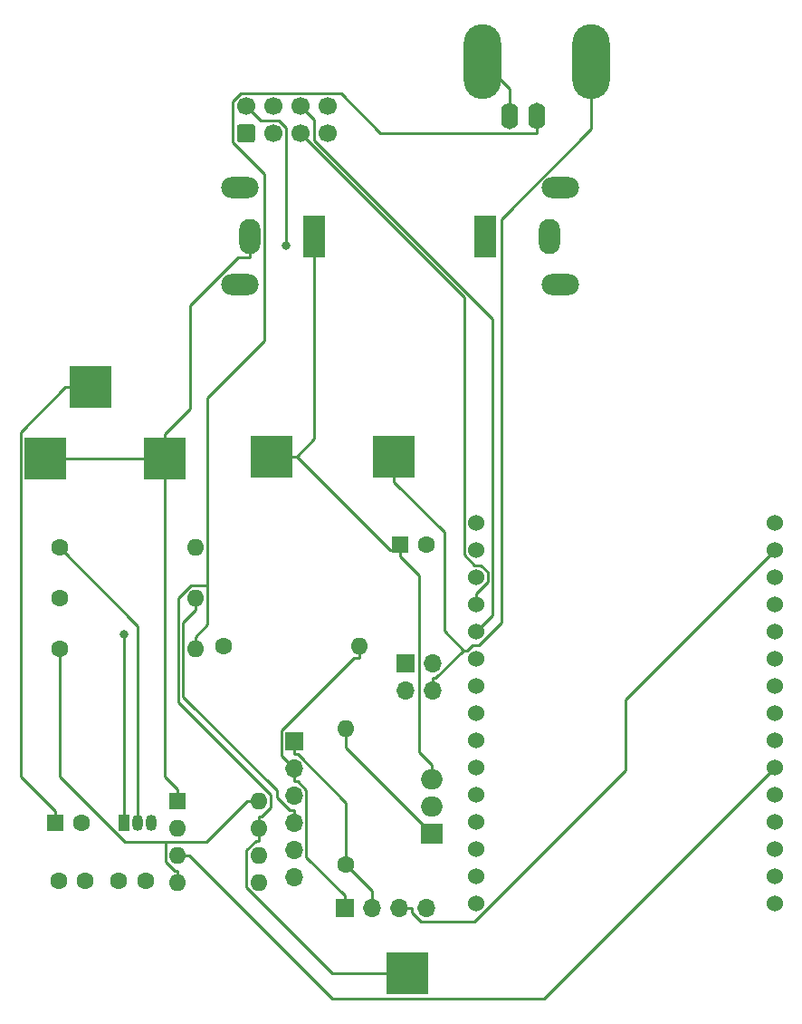
<source format=gbr>
%TF.GenerationSoftware,KiCad,Pcbnew,(5.1.12)-1*%
%TF.CreationDate,2022-04-29T07:44:41-07:00*%
%TF.ProjectId,Conductivity_Sensor_V1,436f6e64-7563-4746-9976-6974795f5365,rev?*%
%TF.SameCoordinates,Original*%
%TF.FileFunction,Copper,L1,Top*%
%TF.FilePolarity,Positive*%
%FSLAX46Y46*%
G04 Gerber Fmt 4.6, Leading zero omitted, Abs format (unit mm)*
G04 Created by KiCad (PCBNEW (5.1.12)-1) date 2022-04-29 07:44:41*
%MOMM*%
%LPD*%
G01*
G04 APERTURE LIST*
%TA.AperFunction,ComponentPad*%
%ADD10O,1.700000X1.700000*%
%TD*%
%TA.AperFunction,ComponentPad*%
%ADD11R,1.700000X1.700000*%
%TD*%
%TA.AperFunction,SMDPad,CuDef*%
%ADD12R,4.000000X4.000000*%
%TD*%
%TA.AperFunction,ComponentPad*%
%ADD13O,2.000000X1.905000*%
%TD*%
%TA.AperFunction,ComponentPad*%
%ADD14R,2.000000X1.905000*%
%TD*%
%TA.AperFunction,ComponentPad*%
%ADD15O,1.600000X1.600000*%
%TD*%
%TA.AperFunction,ComponentPad*%
%ADD16R,1.600000X1.600000*%
%TD*%
%TA.AperFunction,ComponentPad*%
%ADD17C,1.524000*%
%TD*%
%TA.AperFunction,ComponentPad*%
%ADD18C,1.600000*%
%TD*%
%TA.AperFunction,ComponentPad*%
%ADD19R,1.050000X1.500000*%
%TD*%
%TA.AperFunction,ComponentPad*%
%ADD20O,1.050000X1.500000*%
%TD*%
%TA.AperFunction,ComponentPad*%
%ADD21C,1.700000*%
%TD*%
%TA.AperFunction,ComponentPad*%
%ADD22O,3.500000X2.000000*%
%TD*%
%TA.AperFunction,ComponentPad*%
%ADD23O,2.000000X3.300000*%
%TD*%
%TA.AperFunction,ComponentPad*%
%ADD24R,2.000000X4.000000*%
%TD*%
%TA.AperFunction,ComponentPad*%
%ADD25O,1.600000X2.500000*%
%TD*%
%TA.AperFunction,ComponentPad*%
%ADD26O,3.500000X7.000000*%
%TD*%
%TA.AperFunction,ViaPad*%
%ADD27C,0.800000*%
%TD*%
%TA.AperFunction,Conductor*%
%ADD28C,0.250000*%
%TD*%
G04 APERTURE END LIST*
D10*
%TO.P,J11,4*%
%TO.N,OUT1*%
X-6570000Y-207270000D03*
%TO.P,J11,3*%
%TO.N,Net-(J11-Pad3)*%
X-9110000Y-207270000D03*
%TO.P,J11,2*%
%TO.N,Net-(C3-Pad1)*%
X-6570000Y-204730000D03*
D11*
%TO.P,J11,1*%
X-9110000Y-204730000D03*
%TD*%
D12*
%TO.P,J5,1*%
%TO.N,GND*%
X-31570000Y-185600000D03*
%TD*%
%TO.P,J14,1*%
%TO.N,OUT2*%
X-8890000Y-233680000D03*
%TD*%
%TO.P,J13,1*%
%TO.N,OUT1*%
X-10160000Y-185420000D03*
%TD*%
D13*
%TO.P,Voltage_regulator1,3*%
%TO.N,V+_12V*%
X-6640000Y-215510000D03*
%TO.P,Voltage_regulator1,2*%
%TO.N,REGULATED_5V+*%
X-6640000Y-218050000D03*
D14*
%TO.P,Voltage_regulator1,1*%
%TO.N,Net-(R1-Pad2)*%
X-6640000Y-220590000D03*
%TD*%
D15*
%TO.P,U3,8*%
%TO.N,ESP8266_3V*%
X-22780000Y-217600000D03*
%TO.P,U3,4*%
X-30400000Y-225220000D03*
%TO.P,U3,7*%
%TO.N,OUT2*%
X-22780000Y-220140000D03*
%TO.P,U3,3*%
%TO.N,555_out*%
X-30400000Y-222680000D03*
%TO.P,U3,6*%
%TO.N,Net-(C3-Pad1)*%
X-22780000Y-222680000D03*
%TO.P,U3,2*%
X-30400000Y-220140000D03*
%TO.P,U3,5*%
%TO.N,Net-(C4-Pad1)*%
X-22780000Y-225220000D03*
D16*
%TO.P,U3,1*%
%TO.N,GND*%
X-30400000Y-217600000D03*
%TD*%
D17*
%TO.P,U2,30*%
%TO.N,Net-(U2-Pad30)*%
X25450800Y-191567000D03*
%TO.P,U2,29*%
%TO.N,SCL*%
X25450800Y-194107000D03*
%TO.P,U2,28*%
%TO.N,SDA*%
X25450800Y-196647000D03*
%TO.P,U2,27*%
%TO.N,Transistor_Control*%
X25450800Y-199187000D03*
%TO.P,U2,26*%
%TO.N,LED1*%
X25450800Y-201727000D03*
%TO.P,U2,25*%
%TO.N,Net-(U2-Pad25)*%
X25450800Y-204267000D03*
%TO.P,U2,24*%
%TO.N,Net-(U2-Pad24)*%
X25450800Y-206807000D03*
%TO.P,U2,23*%
%TO.N,LED2*%
X25450800Y-209347000D03*
%TO.P,U2,22*%
%TO.N,LED3*%
X25450800Y-211887000D03*
%TO.P,U2,21*%
%TO.N,555_out*%
X25450800Y-214427000D03*
%TO.P,U2,20*%
%TO.N,LED4*%
X25450800Y-216967000D03*
%TO.P,U2,19*%
%TO.N,Net-(U2-Pad19)*%
X25450800Y-219507000D03*
%TO.P,U2,18*%
%TO.N,Net-(U2-Pad18)*%
X25450800Y-222047000D03*
%TO.P,U2,17*%
%TO.N,Net-(U2-Pad17)*%
X25450800Y-224587000D03*
%TO.P,U2,16*%
%TO.N,Net-(U2-Pad16)*%
X25450800Y-227127000D03*
%TO.P,U2,15*%
%TO.N,REGULATED_5V+*%
X-2489200Y-227127000D03*
%TO.P,U2,14*%
%TO.N,GND*%
X-2489200Y-224587000D03*
%TO.P,U2,13*%
%TO.N,Net-(U2-Pad13)*%
X-2489200Y-222047000D03*
%TO.P,U2,12*%
%TO.N,Net-(U2-Pad12)*%
X-2489200Y-219507000D03*
%TO.P,U2,11*%
%TO.N,ESP8266_3V*%
X-2489200Y-216967000D03*
%TO.P,U2,10*%
%TO.N,Net-(U2-Pad10)*%
X-2489200Y-214427000D03*
%TO.P,U2,9*%
%TO.N,Net-(U2-Pad9)*%
X-2489200Y-211887000D03*
%TO.P,U2,8*%
%TO.N,Net-(U2-Pad8)*%
X-2489200Y-209347000D03*
%TO.P,U2,7*%
%TO.N,Net-(U2-Pad7)*%
X-2489200Y-206807000D03*
%TO.P,U2,6*%
%TO.N,Net-(U2-Pad6)*%
X-2489200Y-204267000D03*
%TO.P,U2,5*%
%TO.N,LED6*%
X-2489200Y-201727000D03*
%TO.P,U2,4*%
%TO.N,LED5*%
X-2489200Y-199187000D03*
%TO.P,U2,3*%
%TO.N,Net-(U2-Pad3)*%
X-2489200Y-196647000D03*
%TO.P,U2,2*%
%TO.N,Net-(U2-Pad2)*%
X-2489200Y-194107000D03*
%TO.P,U2,1*%
%TO.N,A0*%
X-2489200Y-191567000D03*
%TD*%
D15*
%TO.P,R7,2*%
%TO.N,Transistor_Control*%
X-28745000Y-193875000D03*
D18*
%TO.P,R7,1*%
%TO.N,Net-(Q1-Pad2)*%
X-41445000Y-193875000D03*
%TD*%
D15*
%TO.P,R6,2*%
%TO.N,A0*%
X-28745000Y-198625000D03*
D18*
%TO.P,R6,1*%
%TO.N,Net-(J10-Pad3)*%
X-41445000Y-198625000D03*
%TD*%
D15*
%TO.P,R5,2*%
%TO.N,OUT2*%
X-28745000Y-203375000D03*
D18*
%TO.P,R5,1*%
%TO.N,ESP8266_3V*%
X-41445000Y-203375000D03*
%TD*%
D15*
%TO.P,R2,2*%
%TO.N,GND*%
X-13375000Y-203115000D03*
D18*
%TO.P,R2,1*%
%TO.N,Net-(R1-Pad2)*%
X-26075000Y-203115000D03*
%TD*%
D15*
%TO.P,R1,2*%
%TO.N,Net-(R1-Pad2)*%
X-14640000Y-210810000D03*
D18*
%TO.P,R1,1*%
%TO.N,REGULATED_5V+*%
X-14640000Y-223510000D03*
%TD*%
D19*
%TO.P,Q1,1*%
%TO.N,OUT1*%
X-35375000Y-219635000D03*
D20*
%TO.P,Q1,3*%
%TO.N,Net-(J11-Pad3)*%
X-32835000Y-219635000D03*
%TO.P,Q1,2*%
%TO.N,Net-(Q1-Pad2)*%
X-34105000Y-219635000D03*
%TD*%
D21*
%TO.P,J12,8*%
%TO.N,Net-(J12-Pad8)*%
X-16380000Y-152660000D03*
%TO.P,J12,6*%
%TO.N,LED6*%
X-18920000Y-152660000D03*
%TO.P,J12,4*%
%TO.N,LED4*%
X-21460000Y-152660000D03*
%TO.P,J12,2*%
%TO.N,LED2*%
X-24000000Y-152660000D03*
%TO.P,J12,7*%
%TO.N,GND*%
X-16380000Y-155200000D03*
%TO.P,J12,5*%
%TO.N,LED5*%
X-18920000Y-155200000D03*
%TO.P,J12,3*%
%TO.N,LED3*%
X-21460000Y-155200000D03*
%TO.P,J12,1*%
%TO.N,LED1*%
%TA.AperFunction,ComponentPad*%
G36*
G01*
X-23400000Y-156050000D02*
X-24600000Y-156050000D01*
G75*
G02*
X-24850000Y-155800000I0J250000D01*
G01*
X-24850000Y-154600000D01*
G75*
G02*
X-24600000Y-154350000I250000J0D01*
G01*
X-23400000Y-154350000D01*
G75*
G02*
X-23150000Y-154600000I0J-250000D01*
G01*
X-23150000Y-155800000D01*
G75*
G02*
X-23400000Y-156050000I-250000J0D01*
G01*
G37*
%TD.AperFunction*%
%TD*%
D10*
%TO.P,J10,6*%
%TO.N,Net-(J10-Pad6)*%
X-19530000Y-224710000D03*
%TO.P,J10,5*%
%TO.N,Net-(J10-Pad5)*%
X-19530000Y-222170000D03*
%TO.P,J10,4*%
%TO.N,A0*%
X-19530000Y-219630000D03*
%TO.P,J10,3*%
%TO.N,Net-(J10-Pad3)*%
X-19530000Y-217090000D03*
%TO.P,J10,2*%
%TO.N,GND*%
X-19530000Y-214550000D03*
D11*
%TO.P,J10,1*%
%TO.N,REGULATED_5V+*%
X-19530000Y-212010000D03*
%TD*%
D22*
%TO.P,J9,MP*%
%TO.N,N/C*%
X5400000Y-160300000D03*
X5400000Y-169300000D03*
D23*
%TO.P,J9,2*%
%TO.N,GND*%
X4400000Y-164800000D03*
D24*
%TO.P,J9,1*%
%TO.N,V+_12V*%
X-1600000Y-164800000D03*
%TD*%
D25*
%TO.P,J8,2*%
%TO.N,OUT1*%
X660000Y-153600000D03*
%TO.P,J8,1*%
%TO.N,OUT2*%
X3200000Y-153600000D03*
D26*
%TO.P,J8,2*%
%TO.N,OUT1*%
X8280000Y-148520000D03*
X-1880000Y-148520000D03*
%TD*%
D22*
%TO.P,J7,MP*%
%TO.N,N/C*%
X-24600000Y-169300000D03*
X-24600000Y-160300000D03*
D23*
%TO.P,J7,2*%
%TO.N,GND*%
X-23600000Y-164800000D03*
D24*
%TO.P,J7,1*%
%TO.N,V+_12V*%
X-17600000Y-164800000D03*
%TD*%
D10*
%TO.P,J6,4*%
%TO.N,SDA*%
X-7130000Y-227590000D03*
%TO.P,J6,3*%
%TO.N,SCL*%
X-9670000Y-227590000D03*
%TO.P,J6,2*%
%TO.N,REGULATED_5V+*%
X-12210000Y-227590000D03*
D11*
%TO.P,J6,1*%
%TO.N,GND*%
X-14750000Y-227590000D03*
%TD*%
D12*
%TO.P,J4,1*%
%TO.N,V+_12V*%
X-21590000Y-185420000D03*
%TD*%
%TO.P,J3,1*%
%TO.N,GND*%
X-42770000Y-185600000D03*
%TD*%
%TO.P,J2,1*%
%TO.N,REGULATED_5V+*%
X-38570000Y-178900000D03*
%TD*%
D18*
%TO.P,C4,2*%
%TO.N,Net-(C3-Pad2)*%
X-39025000Y-225045000D03*
%TO.P,C4,1*%
%TO.N,Net-(C4-Pad1)*%
X-41525000Y-225045000D03*
%TD*%
%TO.P,C3,2*%
%TO.N,Net-(C3-Pad2)*%
X-33375000Y-225045000D03*
%TO.P,C3,1*%
%TO.N,Net-(C3-Pad1)*%
X-35875000Y-225045000D03*
%TD*%
%TO.P,C2,2*%
%TO.N,GND*%
X-39375200Y-219655000D03*
D16*
%TO.P,C2,1*%
%TO.N,REGULATED_5V+*%
X-41875200Y-219655000D03*
%TD*%
D18*
%TO.P,C1,2*%
%TO.N,GND*%
X-7100000Y-193600000D03*
D16*
%TO.P,C1,1*%
%TO.N,V+_12V*%
X-9600000Y-193600000D03*
%TD*%
D27*
%TO.N,OUT1*%
X-35423600Y-201966800D03*
%TO.N,LED2*%
X-20260600Y-165700200D03*
%TD*%
D28*
%TO.N,GND*%
X-31570000Y-185600000D02*
X-31570000Y-183274700D01*
X-23600000Y-164800000D02*
X-23600000Y-166775300D01*
X-23600000Y-166775300D02*
X-24711100Y-166775300D01*
X-24711100Y-166775300D02*
X-29244700Y-171308900D01*
X-29244700Y-171308900D02*
X-29244700Y-180949400D01*
X-29244700Y-180949400D02*
X-31570000Y-183274700D01*
X-31570000Y-185600000D02*
X-40444700Y-185600000D01*
X-42770000Y-185600000D02*
X-40444700Y-185600000D01*
X-30400000Y-216474700D02*
X-31570000Y-215304700D01*
X-31570000Y-215304700D02*
X-31570000Y-185600000D01*
X-30400000Y-217600000D02*
X-30400000Y-216474700D01*
X-19530000Y-214550000D02*
X-19530000Y-215725300D01*
X-14750000Y-227590000D02*
X-14750000Y-226414700D01*
X-14750000Y-226414700D02*
X-18354700Y-222810000D01*
X-18354700Y-222810000D02*
X-18354700Y-216533200D01*
X-18354700Y-216533200D02*
X-19162600Y-215725300D01*
X-19162600Y-215725300D02*
X-19530000Y-215725300D01*
X-13375000Y-203115000D02*
X-13375000Y-204240300D01*
X-13375000Y-204240300D02*
X-13937700Y-204240300D01*
X-13937700Y-204240300D02*
X-20705400Y-211008000D01*
X-20705400Y-211008000D02*
X-20705400Y-213374600D01*
X-20705400Y-213374600D02*
X-19530000Y-214550000D01*
%TO.N,V+_12V*%
X-17600000Y-164800000D02*
X-17600000Y-183755300D01*
X-17600000Y-183755300D02*
X-19264700Y-185420000D01*
X-21590000Y-185420000D02*
X-19264700Y-185420000D01*
X-9600000Y-194162600D02*
X-10522100Y-194162600D01*
X-10522100Y-194162600D02*
X-19264700Y-185420000D01*
X-9600000Y-194162600D02*
X-9600000Y-194725300D01*
X-9600000Y-193600000D02*
X-9600000Y-194162600D01*
X-6640000Y-215510000D02*
X-6640000Y-214232200D01*
X-9600000Y-194725300D02*
X-7840000Y-196485300D01*
X-7840000Y-196485300D02*
X-7840000Y-213032200D01*
X-7840000Y-213032200D02*
X-6640000Y-214232200D01*
%TO.N,REGULATED_5V+*%
X-38570000Y-178900000D02*
X-40895300Y-178900000D01*
X-41875200Y-219655000D02*
X-41875200Y-218529700D01*
X-41875200Y-218529700D02*
X-45095400Y-215309500D01*
X-45095400Y-215309500D02*
X-45095400Y-183100100D01*
X-45095400Y-183100100D02*
X-40895300Y-178900000D01*
X-19530000Y-213185300D02*
X-19162700Y-213185300D01*
X-19162700Y-213185300D02*
X-14640000Y-217708000D01*
X-14640000Y-217708000D02*
X-14640000Y-223510000D01*
X-19530000Y-212010000D02*
X-19530000Y-213185300D01*
X-12210000Y-227590000D02*
X-12210000Y-225940000D01*
X-12210000Y-225940000D02*
X-14640000Y-223510000D01*
%TO.N,OUT1*%
X-3638600Y-203492400D02*
X-5447000Y-201684100D01*
X-5447000Y-201684100D02*
X-5447000Y-192458300D01*
X-5447000Y-192458300D02*
X-10160000Y-187745300D01*
X8280000Y-148520000D02*
X8280000Y-154795600D01*
X8280000Y-154795600D02*
X-131200Y-163206800D01*
X-131200Y-163206800D02*
X-131200Y-200915200D01*
X-131200Y-200915200D02*
X-2213000Y-202997000D01*
X-2213000Y-202997000D02*
X-2814100Y-202997000D01*
X-2814100Y-202997000D02*
X-3309600Y-203492500D01*
X-3309600Y-203492500D02*
X-3638600Y-203492500D01*
X-3638600Y-203492500D02*
X-3638600Y-203492400D01*
X-6570000Y-206094700D02*
X-6240900Y-206094700D01*
X-6240900Y-206094700D02*
X-3638600Y-203492400D01*
X-10160000Y-185420000D02*
X-10160000Y-187745300D01*
X-6570000Y-207270000D02*
X-6570000Y-206094700D01*
X-35375000Y-218559700D02*
X-35423600Y-218511100D01*
X-35423600Y-218511100D02*
X-35423600Y-201966800D01*
X-35375000Y-219635000D02*
X-35375000Y-218559700D01*
X-1880000Y-148520000D02*
X660000Y-151060000D01*
X660000Y-151060000D02*
X660000Y-153600000D01*
%TO.N,SCL*%
X-9670000Y-227590000D02*
X-8494700Y-227590000D01*
X-8494700Y-227590000D02*
X-8494700Y-227957300D01*
X-8494700Y-227957300D02*
X-7643100Y-228808900D01*
X-7643100Y-228808900D02*
X-2633100Y-228808900D01*
X-2633100Y-228808900D02*
X11480800Y-214695000D01*
X11480800Y-214695000D02*
X11480800Y-208077000D01*
X11480800Y-208077000D02*
X25450800Y-194107000D01*
%TO.N,OUT2*%
X3200000Y-153600000D02*
X3200000Y-155175300D01*
X3200000Y-155175300D02*
X-11408500Y-155175300D01*
X-11408500Y-155175300D02*
X-15105800Y-151478000D01*
X-15105800Y-151478000D02*
X-24500800Y-151478000D01*
X-24500800Y-151478000D02*
X-25209500Y-152186700D01*
X-25209500Y-152186700D02*
X-25209500Y-156047100D01*
X-25209500Y-156047100D02*
X-22252700Y-159003900D01*
X-22252700Y-159003900D02*
X-22252700Y-174594300D01*
X-22252700Y-174594300D02*
X-27581300Y-179922900D01*
X-27581300Y-179922900D02*
X-27581300Y-197433300D01*
X-22780000Y-219014700D02*
X-22498600Y-219014700D01*
X-22498600Y-219014700D02*
X-21654700Y-218170800D01*
X-21654700Y-218170800D02*
X-21654700Y-217015700D01*
X-21654700Y-217015700D02*
X-30320700Y-208349700D01*
X-30320700Y-208349700D02*
X-30320700Y-198594400D01*
X-30320700Y-198594400D02*
X-29159600Y-197433300D01*
X-29159600Y-197433300D02*
X-27581300Y-197433300D01*
X-27581300Y-197433300D02*
X-27581300Y-201086000D01*
X-27581300Y-201086000D02*
X-28745000Y-202249700D01*
X-22780000Y-220140000D02*
X-22780000Y-219014700D01*
X-22780000Y-220140000D02*
X-22780000Y-221265300D01*
X-22780000Y-221265300D02*
X-23061300Y-221265300D01*
X-23061300Y-221265300D02*
X-23942900Y-222146900D01*
X-23942900Y-222146900D02*
X-23942900Y-225653900D01*
X-23942900Y-225653900D02*
X-15916800Y-233680000D01*
X-15916800Y-233680000D02*
X-8890000Y-233680000D01*
X-28745000Y-203375000D02*
X-28745000Y-202249700D01*
%TO.N,A0*%
X-19530000Y-218454700D02*
X-19897400Y-218454700D01*
X-19897400Y-218454700D02*
X-21134000Y-217218100D01*
X-21134000Y-217218100D02*
X-21134000Y-216581300D01*
X-21134000Y-216581300D02*
X-29870300Y-207845000D01*
X-29870300Y-207845000D02*
X-29870300Y-200875600D01*
X-29870300Y-200875600D02*
X-28745000Y-199750300D01*
X-28745000Y-198625000D02*
X-28745000Y-199750300D01*
X-19530000Y-219630000D02*
X-19530000Y-218454700D01*
%TO.N,LED6*%
X-2489200Y-201727000D02*
X-951600Y-200189400D01*
X-951600Y-200189400D02*
X-951600Y-172531500D01*
X-951600Y-172531500D02*
X-17650000Y-155833100D01*
X-17650000Y-155833100D02*
X-17650000Y-153930000D01*
X-17650000Y-153930000D02*
X-18920000Y-152660000D01*
%TO.N,LED2*%
X-24000000Y-152660000D02*
X-22635400Y-154024600D01*
X-22635400Y-154024600D02*
X-20934400Y-154024600D01*
X-20934400Y-154024600D02*
X-20260600Y-154698400D01*
X-20260600Y-154698400D02*
X-20260600Y-165700200D01*
%TO.N,LED5*%
X-2489200Y-199187000D02*
X-2489200Y-198184700D01*
X-2489200Y-198184700D02*
X-2489100Y-198184700D01*
X-2489100Y-198184700D02*
X-1401900Y-197097500D01*
X-1401900Y-197097500D02*
X-1401900Y-196196500D01*
X-1401900Y-196196500D02*
X-2038700Y-195559700D01*
X-2038700Y-195559700D02*
X-2601900Y-195559700D01*
X-2601900Y-195559700D02*
X-3576500Y-194585100D01*
X-3576500Y-194585100D02*
X-3576500Y-170543500D01*
X-3576500Y-170543500D02*
X-18920000Y-155200000D01*
%TO.N,Net-(Q1-Pad2)*%
X-34105000Y-219635000D02*
X-34105000Y-201215000D01*
X-34105000Y-201215000D02*
X-41445000Y-193875000D01*
%TO.N,Net-(R1-Pad2)*%
X-14640000Y-210810000D02*
X-14640000Y-212590000D01*
X-14640000Y-212590000D02*
X-6640000Y-220590000D01*
%TO.N,ESP8266_3V*%
X-30400000Y-225220000D02*
X-30400000Y-224094700D01*
X-31532900Y-221410000D02*
X-27715300Y-221410000D01*
X-27715300Y-221410000D02*
X-23905300Y-217600000D01*
X-41445000Y-203375000D02*
X-41445000Y-215307900D01*
X-41445000Y-215307900D02*
X-35342900Y-221410000D01*
X-35342900Y-221410000D02*
X-31532900Y-221410000D01*
X-31532900Y-221410000D02*
X-31532900Y-223243100D01*
X-31532900Y-223243100D02*
X-30681300Y-224094700D01*
X-30681300Y-224094700D02*
X-30400000Y-224094700D01*
X-22780000Y-217600000D02*
X-23905300Y-217600000D01*
%TO.N,555_out*%
X-30400000Y-222680000D02*
X-29274700Y-222680000D01*
X25450800Y-214427000D02*
X3872400Y-236005400D01*
X3872400Y-236005400D02*
X-15949300Y-236005400D01*
X-15949300Y-236005400D02*
X-29274700Y-222680000D01*
%TD*%
M02*

</source>
